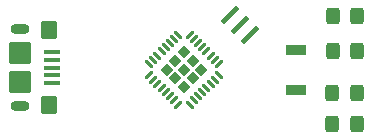
<source format=gbr>
%TF.GenerationSoftware,KiCad,Pcbnew,9.0.1*%
%TF.CreationDate,2025-04-21T22:05:37-04:00*%
%TF.ProjectId,nano_original,6e616e6f-5f6f-4726-9967-696e616c2e6b,rev?*%
%TF.SameCoordinates,Original*%
%TF.FileFunction,Paste,Top*%
%TF.FilePolarity,Positive*%
%FSLAX46Y46*%
G04 Gerber Fmt 4.6, Leading zero omitted, Abs format (unit mm)*
G04 Created by KiCad (PCBNEW 9.0.1) date 2025-04-21 22:05:37*
%MOMM*%
%LPD*%
G01*
G04 APERTURE LIST*
G04 Aperture macros list*
%AMRoundRect*
0 Rectangle with rounded corners*
0 $1 Rounding radius*
0 $2 $3 $4 $5 $6 $7 $8 $9 X,Y pos of 4 corners*
0 Add a 4 corners polygon primitive as box body*
4,1,4,$2,$3,$4,$5,$6,$7,$8,$9,$2,$3,0*
0 Add four circle primitives for the rounded corners*
1,1,$1+$1,$2,$3*
1,1,$1+$1,$4,$5*
1,1,$1+$1,$6,$7*
1,1,$1+$1,$8,$9*
0 Add four rect primitives between the rounded corners*
20,1,$1+$1,$2,$3,$4,$5,0*
20,1,$1+$1,$4,$5,$6,$7,0*
20,1,$1+$1,$6,$7,$8,$9,0*
20,1,$1+$1,$8,$9,$2,$3,0*%
%AMRotRect*
0 Rectangle, with rotation*
0 The origin of the aperture is its center*
0 $1 length*
0 $2 width*
0 $3 Rotation angle, in degrees counterclockwise*
0 Add horizontal line*
21,1,$1,$2,0,0,$3*%
G04 Aperture macros list end*
%ADD10RotRect,0.400000X1.900000X315.000000*%
%ADD11R,1.700000X0.900000*%
%ADD12RoundRect,0.250000X-0.325000X-0.450000X0.325000X-0.450000X0.325000X0.450000X-0.325000X0.450000X0*%
%ADD13RoundRect,0.250000X0.325000X0.450000X-0.325000X0.450000X-0.325000X-0.450000X0.325000X-0.450000X0*%
%ADD14RoundRect,0.100000X-0.575000X0.100000X-0.575000X-0.100000X0.575000X-0.100000X0.575000X0.100000X0*%
%ADD15O,1.600000X0.900000*%
%ADD16RoundRect,0.250000X-0.450000X0.550000X-0.450000X-0.550000X0.450000X-0.550000X0.450000X0.550000X0*%
%ADD17RoundRect,0.250000X-0.700000X0.700000X-0.700000X-0.700000X0.700000X-0.700000X0.700000X0.700000X0*%
%ADD18RoundRect,0.207500X0.000000X0.293449X-0.293449X0.000000X0.000000X-0.293449X0.293449X0.000000X0*%
%ADD19RoundRect,0.062500X0.220971X0.309359X-0.309359X-0.220971X-0.220971X-0.309359X0.309359X0.220971X0*%
%ADD20RoundRect,0.062500X-0.220971X0.309359X-0.309359X0.220971X0.220971X-0.309359X0.309359X-0.220971X0*%
G04 APERTURE END LIST*
D10*
%TO.C,Y1*%
X78575000Y-78400000D03*
X79423528Y-79248528D03*
X80272056Y-80097056D03*
%TD*%
D11*
%TO.C,SW1*%
X84125000Y-81425000D03*
X84125000Y-84825000D03*
%TD*%
D12*
%TO.C,D4*%
X87275000Y-78550000D03*
X89325000Y-78550000D03*
%TD*%
D13*
%TO.C,D1*%
X89275000Y-85000000D03*
X87225000Y-85000000D03*
%TD*%
%TO.C,D5*%
X89275000Y-87625000D03*
X87225000Y-87625000D03*
%TD*%
D12*
%TO.C,D3*%
X87300000Y-81500000D03*
X89350000Y-81500000D03*
%TD*%
D14*
%TO.C,J1*%
X63465000Y-81585000D03*
X63465000Y-82235000D03*
X63465000Y-82885000D03*
X63465000Y-83535000D03*
X63465000Y-84185000D03*
D15*
X60790000Y-79585000D03*
D16*
X63240000Y-79685000D03*
D17*
X60790000Y-81685000D03*
X60790000Y-84085000D03*
D16*
X63240000Y-86085000D03*
D15*
X60790000Y-86185000D03*
%TD*%
D18*
%TO.C,U3*%
X76120640Y-83060800D03*
X75392320Y-82332480D03*
X74664000Y-81604160D03*
X75392320Y-83789120D03*
X74664000Y-83060800D03*
X73935680Y-82332480D03*
X74664000Y-84517440D03*
X73935680Y-83789120D03*
X73207360Y-83060800D03*
D19*
X77625010Y-82574664D03*
X77271456Y-82221111D03*
X76917903Y-81867557D03*
X76564349Y-81514004D03*
X76210796Y-81160451D03*
X75857243Y-80806897D03*
X75503689Y-80453344D03*
X75150136Y-80099790D03*
D20*
X74177864Y-80099790D03*
X73824311Y-80453344D03*
X73470757Y-80806897D03*
X73117204Y-81160451D03*
X72763651Y-81514004D03*
X72410097Y-81867557D03*
X72056544Y-82221111D03*
X71702990Y-82574664D03*
D19*
X71702990Y-83546936D03*
X72056544Y-83900489D03*
X72410097Y-84254043D03*
X72763651Y-84607596D03*
X73117204Y-84961149D03*
X73470757Y-85314703D03*
X73824311Y-85668256D03*
X74177864Y-86021810D03*
D20*
X75150136Y-86021810D03*
X75503689Y-85668256D03*
X75857243Y-85314703D03*
X76210796Y-84961149D03*
X76564349Y-84607596D03*
X76917903Y-84254043D03*
X77271456Y-83900489D03*
X77625010Y-83546936D03*
%TD*%
M02*

</source>
